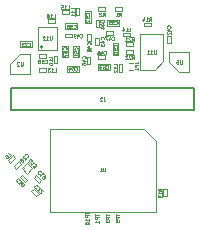
<source format=gbr>
%TF.GenerationSoftware,KiCad,Pcbnew,(6.0.0)*%
%TF.CreationDate,2022-12-06T17:03:37-05:00*%
%TF.ProjectId,headstage-64s,68656164-7374-4616-9765-2d3634732e6b,B*%
%TF.SameCoordinates,Original*%
%TF.FileFunction,AssemblyDrawing,Bot*%
%FSLAX46Y46*%
G04 Gerber Fmt 4.6, Leading zero omitted, Abs format (unit mm)*
G04 Created by KiCad (PCBNEW (6.0.0)) date 2022-12-06 17:03:37*
%MOMM*%
%LPD*%
G01*
G04 APERTURE LIST*
%ADD10C,0.050000*%
%ADD11C,0.100000*%
%ADD12C,0.200000*%
G04 APERTURE END LIST*
D10*
%TO.C,R14*%
X127432857Y-55365714D02*
X127532857Y-55222857D01*
X127604285Y-55365714D02*
X127604285Y-55065714D01*
X127490000Y-55065714D01*
X127461428Y-55080000D01*
X127447142Y-55094285D01*
X127432857Y-55122857D01*
X127432857Y-55165714D01*
X127447142Y-55194285D01*
X127461428Y-55208571D01*
X127490000Y-55222857D01*
X127604285Y-55222857D01*
X127147142Y-55365714D02*
X127318571Y-55365714D01*
X127232857Y-55365714D02*
X127232857Y-55065714D01*
X127261428Y-55108571D01*
X127290000Y-55137142D01*
X127318571Y-55151428D01*
X126890000Y-55165714D02*
X126890000Y-55365714D01*
X126961428Y-55051428D02*
X127032857Y-55265714D01*
X126847142Y-55265714D01*
%TO.C,TP3*%
X123775714Y-71691428D02*
X123775714Y-71862857D01*
X124075714Y-71777142D02*
X123775714Y-71777142D01*
X124075714Y-71962857D02*
X123775714Y-71962857D01*
X123775714Y-72077142D01*
X123790000Y-72105714D01*
X123804285Y-72120000D01*
X123832857Y-72134285D01*
X123875714Y-72134285D01*
X123904285Y-72120000D01*
X123918571Y-72105714D01*
X123932857Y-72077142D01*
X123932857Y-71962857D01*
X123775714Y-72234285D02*
X123775714Y-72420000D01*
X123890000Y-72320000D01*
X123890000Y-72362857D01*
X123904285Y-72391428D01*
X123918571Y-72405714D01*
X123947142Y-72420000D01*
X124018571Y-72420000D01*
X124047142Y-72405714D01*
X124061428Y-72391428D01*
X124075714Y-72362857D01*
X124075714Y-72277142D01*
X124061428Y-72248571D01*
X124047142Y-72234285D01*
%TO.C,R13*%
X128525714Y-69737142D02*
X128382857Y-69637142D01*
X128525714Y-69565714D02*
X128225714Y-69565714D01*
X128225714Y-69680000D01*
X128240000Y-69708571D01*
X128254285Y-69722857D01*
X128282857Y-69737142D01*
X128325714Y-69737142D01*
X128354285Y-69722857D01*
X128368571Y-69708571D01*
X128382857Y-69680000D01*
X128382857Y-69565714D01*
X128525714Y-70022857D02*
X128525714Y-69851428D01*
X128525714Y-69937142D02*
X128225714Y-69937142D01*
X128268571Y-69908571D01*
X128297142Y-69880000D01*
X128311428Y-69851428D01*
X128225714Y-70122857D02*
X128225714Y-70308571D01*
X128340000Y-70208571D01*
X128340000Y-70251428D01*
X128354285Y-70280000D01*
X128368571Y-70294285D01*
X128397142Y-70308571D01*
X128468571Y-70308571D01*
X128497142Y-70294285D01*
X128511428Y-70280000D01*
X128525714Y-70251428D01*
X128525714Y-70165714D01*
X128511428Y-70137142D01*
X128497142Y-70122857D01*
%TO.C,L6*%
X115611319Y-66840609D02*
X115712335Y-66739593D01*
X115500203Y-66527461D01*
X115237563Y-66790101D02*
X115277969Y-66749695D01*
X115308274Y-66739593D01*
X115328477Y-66739593D01*
X115378984Y-66749695D01*
X115429492Y-66780000D01*
X115510304Y-66860812D01*
X115520406Y-66891116D01*
X115520406Y-66911319D01*
X115510304Y-66941624D01*
X115469898Y-66982030D01*
X115439593Y-66992132D01*
X115419390Y-66992132D01*
X115389086Y-66982030D01*
X115338578Y-66931522D01*
X115328477Y-66901218D01*
X115328477Y-66881015D01*
X115338578Y-66850710D01*
X115378984Y-66810304D01*
X115409289Y-66800203D01*
X115429492Y-66800203D01*
X115459796Y-66810304D01*
%TO.C,JP1*%
X126205714Y-58950000D02*
X126420000Y-58950000D01*
X126462857Y-58935714D01*
X126491428Y-58907142D01*
X126505714Y-58864285D01*
X126505714Y-58835714D01*
X126505714Y-59092857D02*
X126205714Y-59092857D01*
X126205714Y-59207142D01*
X126220000Y-59235714D01*
X126234285Y-59250000D01*
X126262857Y-59264285D01*
X126305714Y-59264285D01*
X126334285Y-59250000D01*
X126348571Y-59235714D01*
X126362857Y-59207142D01*
X126362857Y-59092857D01*
X126505714Y-59550000D02*
X126505714Y-59378571D01*
X126505714Y-59464285D02*
X126205714Y-59464285D01*
X126248571Y-59435714D01*
X126277142Y-59407142D01*
X126291428Y-59378571D01*
%TO.C,C43*%
X123597142Y-56927142D02*
X123611428Y-56912857D01*
X123625714Y-56870000D01*
X123625714Y-56841428D01*
X123611428Y-56798571D01*
X123582857Y-56770000D01*
X123554285Y-56755714D01*
X123497142Y-56741428D01*
X123454285Y-56741428D01*
X123397142Y-56755714D01*
X123368571Y-56770000D01*
X123340000Y-56798571D01*
X123325714Y-56841428D01*
X123325714Y-56870000D01*
X123340000Y-56912857D01*
X123354285Y-56927142D01*
X123425714Y-57184285D02*
X123625714Y-57184285D01*
X123311428Y-57112857D02*
X123525714Y-57041428D01*
X123525714Y-57227142D01*
X123325714Y-57312857D02*
X123325714Y-57498571D01*
X123440000Y-57398571D01*
X123440000Y-57441428D01*
X123454285Y-57470000D01*
X123468571Y-57484285D01*
X123497142Y-57498571D01*
X123568571Y-57498571D01*
X123597142Y-57484285D01*
X123611428Y-57470000D01*
X123625714Y-57441428D01*
X123625714Y-57355714D01*
X123611428Y-57327142D01*
X123597142Y-57312857D01*
%TO.C,C28*%
X117082132Y-66889390D02*
X117102335Y-66889390D01*
X117142741Y-66869187D01*
X117162944Y-66848984D01*
X117183147Y-66808578D01*
X117183147Y-66768172D01*
X117173045Y-66737867D01*
X117142741Y-66687360D01*
X117112436Y-66657055D01*
X117061928Y-66626751D01*
X117031624Y-66616649D01*
X116991218Y-66616649D01*
X116950812Y-66636852D01*
X116930609Y-66657055D01*
X116910406Y-66697461D01*
X116910406Y-66717664D01*
X116829593Y-66798477D02*
X116809390Y-66798477D01*
X116779086Y-66808578D01*
X116728578Y-66859086D01*
X116718477Y-66889390D01*
X116718477Y-66909593D01*
X116728578Y-66939898D01*
X116748781Y-66960101D01*
X116789187Y-66980304D01*
X117031624Y-66980304D01*
X116900304Y-67111624D01*
X116657867Y-67111624D02*
X116667969Y-67081319D01*
X116667969Y-67061116D01*
X116657867Y-67030812D01*
X116647766Y-67020710D01*
X116617461Y-67010609D01*
X116597258Y-67010609D01*
X116566954Y-67020710D01*
X116526548Y-67061116D01*
X116516446Y-67091421D01*
X116516446Y-67111624D01*
X116526548Y-67141928D01*
X116536649Y-67152030D01*
X116566954Y-67162132D01*
X116587157Y-67162132D01*
X116617461Y-67152030D01*
X116657867Y-67111624D01*
X116688172Y-67101522D01*
X116708375Y-67101522D01*
X116738680Y-67111624D01*
X116779086Y-67152030D01*
X116789187Y-67182335D01*
X116789187Y-67202538D01*
X116779086Y-67232842D01*
X116738680Y-67273248D01*
X116708375Y-67283350D01*
X116688172Y-67283350D01*
X116657867Y-67273248D01*
X116617461Y-67232842D01*
X116607360Y-67202538D01*
X116607360Y-67182335D01*
X116617461Y-67152030D01*
%TO.C,C52*%
X122337142Y-54857142D02*
X122351428Y-54842857D01*
X122365714Y-54800000D01*
X122365714Y-54771428D01*
X122351428Y-54728571D01*
X122322857Y-54700000D01*
X122294285Y-54685714D01*
X122237142Y-54671428D01*
X122194285Y-54671428D01*
X122137142Y-54685714D01*
X122108571Y-54700000D01*
X122080000Y-54728571D01*
X122065714Y-54771428D01*
X122065714Y-54800000D01*
X122080000Y-54842857D01*
X122094285Y-54857142D01*
X122065714Y-55128571D02*
X122065714Y-54985714D01*
X122208571Y-54971428D01*
X122194285Y-54985714D01*
X122180000Y-55014285D01*
X122180000Y-55085714D01*
X122194285Y-55114285D01*
X122208571Y-55128571D01*
X122237142Y-55142857D01*
X122308571Y-55142857D01*
X122337142Y-55128571D01*
X122351428Y-55114285D01*
X122365714Y-55085714D01*
X122365714Y-55014285D01*
X122351428Y-54985714D01*
X122337142Y-54971428D01*
X122094285Y-55257142D02*
X122080000Y-55271428D01*
X122065714Y-55300000D01*
X122065714Y-55371428D01*
X122080000Y-55400000D01*
X122094285Y-55414285D01*
X122122857Y-55428571D01*
X122151428Y-55428571D01*
X122194285Y-55414285D01*
X122365714Y-55242857D01*
X122365714Y-55428571D01*
%TO.C,C54*%
X121182857Y-59537142D02*
X121197142Y-59551428D01*
X121240000Y-59565714D01*
X121268571Y-59565714D01*
X121311428Y-59551428D01*
X121340000Y-59522857D01*
X121354285Y-59494285D01*
X121368571Y-59437142D01*
X121368571Y-59394285D01*
X121354285Y-59337142D01*
X121340000Y-59308571D01*
X121311428Y-59280000D01*
X121268571Y-59265714D01*
X121240000Y-59265714D01*
X121197142Y-59280000D01*
X121182857Y-59294285D01*
X120911428Y-59265714D02*
X121054285Y-59265714D01*
X121068571Y-59408571D01*
X121054285Y-59394285D01*
X121025714Y-59380000D01*
X120954285Y-59380000D01*
X120925714Y-59394285D01*
X120911428Y-59408571D01*
X120897142Y-59437142D01*
X120897142Y-59508571D01*
X120911428Y-59537142D01*
X120925714Y-59551428D01*
X120954285Y-59565714D01*
X121025714Y-59565714D01*
X121054285Y-59551428D01*
X121068571Y-59537142D01*
X120640000Y-59365714D02*
X120640000Y-59565714D01*
X120711428Y-59251428D02*
X120782857Y-59465714D01*
X120597142Y-59465714D01*
%TO.C,U2*%
X116728571Y-58845714D02*
X116728571Y-59088571D01*
X116714285Y-59117142D01*
X116700000Y-59131428D01*
X116671428Y-59145714D01*
X116614285Y-59145714D01*
X116585714Y-59131428D01*
X116571428Y-59117142D01*
X116557142Y-59088571D01*
X116557142Y-58845714D01*
X116428571Y-58874285D02*
X116414285Y-58860000D01*
X116385714Y-58845714D01*
X116314285Y-58845714D01*
X116285714Y-58860000D01*
X116271428Y-58874285D01*
X116257142Y-58902857D01*
X116257142Y-58931428D01*
X116271428Y-58974285D01*
X116442857Y-59145714D01*
X116257142Y-59145714D01*
%TO.C,U11*%
X128011428Y-57845714D02*
X128011428Y-58088571D01*
X127997142Y-58117142D01*
X127982857Y-58131428D01*
X127954285Y-58145714D01*
X127897142Y-58145714D01*
X127868571Y-58131428D01*
X127854285Y-58117142D01*
X127840000Y-58088571D01*
X127840000Y-57845714D01*
X127540000Y-58145714D02*
X127711428Y-58145714D01*
X127625714Y-58145714D02*
X127625714Y-57845714D01*
X127654285Y-57888571D01*
X127682857Y-57917142D01*
X127711428Y-57931428D01*
X127254285Y-58145714D02*
X127425714Y-58145714D01*
X127340000Y-58145714D02*
X127340000Y-57845714D01*
X127368571Y-57888571D01*
X127397142Y-57917142D01*
X127425714Y-57931428D01*
%TO.C,R2*%
X123510000Y-54955714D02*
X123610000Y-54812857D01*
X123681428Y-54955714D02*
X123681428Y-54655714D01*
X123567142Y-54655714D01*
X123538571Y-54670000D01*
X123524285Y-54684285D01*
X123510000Y-54712857D01*
X123510000Y-54755714D01*
X123524285Y-54784285D01*
X123538571Y-54798571D01*
X123567142Y-54812857D01*
X123681428Y-54812857D01*
X123395714Y-54684285D02*
X123381428Y-54670000D01*
X123352857Y-54655714D01*
X123281428Y-54655714D01*
X123252857Y-54670000D01*
X123238571Y-54684285D01*
X123224285Y-54712857D01*
X123224285Y-54741428D01*
X123238571Y-54784285D01*
X123410000Y-54955714D01*
X123224285Y-54955714D01*
%TO.C,C55*%
X124582857Y-55617142D02*
X124597142Y-55631428D01*
X124640000Y-55645714D01*
X124668571Y-55645714D01*
X124711428Y-55631428D01*
X124740000Y-55602857D01*
X124754285Y-55574285D01*
X124768571Y-55517142D01*
X124768571Y-55474285D01*
X124754285Y-55417142D01*
X124740000Y-55388571D01*
X124711428Y-55360000D01*
X124668571Y-55345714D01*
X124640000Y-55345714D01*
X124597142Y-55360000D01*
X124582857Y-55374285D01*
X124311428Y-55345714D02*
X124454285Y-55345714D01*
X124468571Y-55488571D01*
X124454285Y-55474285D01*
X124425714Y-55460000D01*
X124354285Y-55460000D01*
X124325714Y-55474285D01*
X124311428Y-55488571D01*
X124297142Y-55517142D01*
X124297142Y-55588571D01*
X124311428Y-55617142D01*
X124325714Y-55631428D01*
X124354285Y-55645714D01*
X124425714Y-55645714D01*
X124454285Y-55631428D01*
X124468571Y-55617142D01*
X124025714Y-55345714D02*
X124168571Y-55345714D01*
X124182857Y-55488571D01*
X124168571Y-55474285D01*
X124140000Y-55460000D01*
X124068571Y-55460000D01*
X124040000Y-55474285D01*
X124025714Y-55488571D01*
X124011428Y-55517142D01*
X124011428Y-55588571D01*
X124025714Y-55617142D01*
X124040000Y-55631428D01*
X124068571Y-55645714D01*
X124140000Y-55645714D01*
X124168571Y-55631428D01*
X124182857Y-55617142D01*
%TO.C,L10*%
X119245714Y-58527142D02*
X119245714Y-58384285D01*
X118945714Y-58384285D01*
X119245714Y-58784285D02*
X119245714Y-58612857D01*
X119245714Y-58698571D02*
X118945714Y-58698571D01*
X118988571Y-58670000D01*
X119017142Y-58641428D01*
X119031428Y-58612857D01*
X118945714Y-58970000D02*
X118945714Y-58998571D01*
X118960000Y-59027142D01*
X118974285Y-59041428D01*
X119002857Y-59055714D01*
X119060000Y-59070000D01*
X119131428Y-59070000D01*
X119188571Y-59055714D01*
X119217142Y-59041428D01*
X119231428Y-59027142D01*
X119245714Y-58998571D01*
X119245714Y-58970000D01*
X119231428Y-58941428D01*
X119217142Y-58927142D01*
X119188571Y-58912857D01*
X119131428Y-58898571D01*
X119060000Y-58898571D01*
X119002857Y-58912857D01*
X118974285Y-58927142D01*
X118960000Y-58941428D01*
X118945714Y-58970000D01*
%TO.C,L13*%
X119392857Y-59655714D02*
X119535714Y-59655714D01*
X119535714Y-59355714D01*
X119135714Y-59655714D02*
X119307142Y-59655714D01*
X119221428Y-59655714D02*
X119221428Y-59355714D01*
X119250000Y-59398571D01*
X119278571Y-59427142D01*
X119307142Y-59441428D01*
X119035714Y-59355714D02*
X118850000Y-59355714D01*
X118950000Y-59470000D01*
X118907142Y-59470000D01*
X118878571Y-59484285D01*
X118864285Y-59498571D01*
X118850000Y-59527142D01*
X118850000Y-59598571D01*
X118864285Y-59627142D01*
X118878571Y-59641428D01*
X118907142Y-59655714D01*
X118992857Y-59655714D01*
X119021428Y-59641428D01*
X119035714Y-59627142D01*
%TO.C,R22*%
X125992857Y-58565714D02*
X126092857Y-58422857D01*
X126164285Y-58565714D02*
X126164285Y-58265714D01*
X126050000Y-58265714D01*
X126021428Y-58280000D01*
X126007142Y-58294285D01*
X125992857Y-58322857D01*
X125992857Y-58365714D01*
X126007142Y-58394285D01*
X126021428Y-58408571D01*
X126050000Y-58422857D01*
X126164285Y-58422857D01*
X125878571Y-58294285D02*
X125864285Y-58280000D01*
X125835714Y-58265714D01*
X125764285Y-58265714D01*
X125735714Y-58280000D01*
X125721428Y-58294285D01*
X125707142Y-58322857D01*
X125707142Y-58351428D01*
X125721428Y-58394285D01*
X125892857Y-58565714D01*
X125707142Y-58565714D01*
X125592857Y-58294285D02*
X125578571Y-58280000D01*
X125550000Y-58265714D01*
X125478571Y-58265714D01*
X125450000Y-58280000D01*
X125435714Y-58294285D01*
X125421428Y-58322857D01*
X125421428Y-58351428D01*
X125435714Y-58394285D01*
X125607142Y-58565714D01*
X125421428Y-58565714D01*
%TO.C,C45*%
X123632857Y-58187142D02*
X123647142Y-58201428D01*
X123690000Y-58215714D01*
X123718571Y-58215714D01*
X123761428Y-58201428D01*
X123790000Y-58172857D01*
X123804285Y-58144285D01*
X123818571Y-58087142D01*
X123818571Y-58044285D01*
X123804285Y-57987142D01*
X123790000Y-57958571D01*
X123761428Y-57930000D01*
X123718571Y-57915714D01*
X123690000Y-57915714D01*
X123647142Y-57930000D01*
X123632857Y-57944285D01*
X123375714Y-58015714D02*
X123375714Y-58215714D01*
X123447142Y-57901428D02*
X123518571Y-58115714D01*
X123332857Y-58115714D01*
X123075714Y-57915714D02*
X123218571Y-57915714D01*
X123232857Y-58058571D01*
X123218571Y-58044285D01*
X123190000Y-58030000D01*
X123118571Y-58030000D01*
X123090000Y-58044285D01*
X123075714Y-58058571D01*
X123061428Y-58087142D01*
X123061428Y-58158571D01*
X123075714Y-58187142D01*
X123090000Y-58201428D01*
X123118571Y-58215714D01*
X123190000Y-58215714D01*
X123218571Y-58201428D01*
X123232857Y-58187142D01*
%TO.C,L16*%
X119312857Y-55075714D02*
X119455714Y-55075714D01*
X119455714Y-54775714D01*
X119055714Y-55075714D02*
X119227142Y-55075714D01*
X119141428Y-55075714D02*
X119141428Y-54775714D01*
X119170000Y-54818571D01*
X119198571Y-54847142D01*
X119227142Y-54861428D01*
X118798571Y-54775714D02*
X118855714Y-54775714D01*
X118884285Y-54790000D01*
X118898571Y-54804285D01*
X118927142Y-54847142D01*
X118941428Y-54904285D01*
X118941428Y-55018571D01*
X118927142Y-55047142D01*
X118912857Y-55061428D01*
X118884285Y-55075714D01*
X118827142Y-55075714D01*
X118798571Y-55061428D01*
X118784285Y-55047142D01*
X118770000Y-55018571D01*
X118770000Y-54947142D01*
X118784285Y-54918571D01*
X118798571Y-54904285D01*
X118827142Y-54890000D01*
X118884285Y-54890000D01*
X118912857Y-54904285D01*
X118927142Y-54918571D01*
X118941428Y-54947142D01*
%TO.C,C23*%
X117202857Y-57477142D02*
X117217142Y-57491428D01*
X117260000Y-57505714D01*
X117288571Y-57505714D01*
X117331428Y-57491428D01*
X117360000Y-57462857D01*
X117374285Y-57434285D01*
X117388571Y-57377142D01*
X117388571Y-57334285D01*
X117374285Y-57277142D01*
X117360000Y-57248571D01*
X117331428Y-57220000D01*
X117288571Y-57205714D01*
X117260000Y-57205714D01*
X117217142Y-57220000D01*
X117202857Y-57234285D01*
X117088571Y-57234285D02*
X117074285Y-57220000D01*
X117045714Y-57205714D01*
X116974285Y-57205714D01*
X116945714Y-57220000D01*
X116931428Y-57234285D01*
X116917142Y-57262857D01*
X116917142Y-57291428D01*
X116931428Y-57334285D01*
X117102857Y-57505714D01*
X116917142Y-57505714D01*
X116817142Y-57205714D02*
X116631428Y-57205714D01*
X116731428Y-57320000D01*
X116688571Y-57320000D01*
X116660000Y-57334285D01*
X116645714Y-57348571D01*
X116631428Y-57377142D01*
X116631428Y-57448571D01*
X116645714Y-57477142D01*
X116660000Y-57491428D01*
X116688571Y-57505714D01*
X116774285Y-57505714D01*
X116802857Y-57491428D01*
X116817142Y-57477142D01*
%TO.C,C57*%
X120417142Y-57767142D02*
X120431428Y-57752857D01*
X120445714Y-57710000D01*
X120445714Y-57681428D01*
X120431428Y-57638571D01*
X120402857Y-57610000D01*
X120374285Y-57595714D01*
X120317142Y-57581428D01*
X120274285Y-57581428D01*
X120217142Y-57595714D01*
X120188571Y-57610000D01*
X120160000Y-57638571D01*
X120145714Y-57681428D01*
X120145714Y-57710000D01*
X120160000Y-57752857D01*
X120174285Y-57767142D01*
X120145714Y-58038571D02*
X120145714Y-57895714D01*
X120288571Y-57881428D01*
X120274285Y-57895714D01*
X120260000Y-57924285D01*
X120260000Y-57995714D01*
X120274285Y-58024285D01*
X120288571Y-58038571D01*
X120317142Y-58052857D01*
X120388571Y-58052857D01*
X120417142Y-58038571D01*
X120431428Y-58024285D01*
X120445714Y-57995714D01*
X120445714Y-57924285D01*
X120431428Y-57895714D01*
X120417142Y-57881428D01*
X120145714Y-58152857D02*
X120145714Y-58352857D01*
X120445714Y-58224285D01*
%TO.C,TP5*%
X124605714Y-71681428D02*
X124605714Y-71852857D01*
X124905714Y-71767142D02*
X124605714Y-71767142D01*
X124905714Y-71952857D02*
X124605714Y-71952857D01*
X124605714Y-72067142D01*
X124620000Y-72095714D01*
X124634285Y-72110000D01*
X124662857Y-72124285D01*
X124705714Y-72124285D01*
X124734285Y-72110000D01*
X124748571Y-72095714D01*
X124762857Y-72067142D01*
X124762857Y-71952857D01*
X124605714Y-72395714D02*
X124605714Y-72252857D01*
X124748571Y-72238571D01*
X124734285Y-72252857D01*
X124720000Y-72281428D01*
X124720000Y-72352857D01*
X124734285Y-72381428D01*
X124748571Y-72395714D01*
X124777142Y-72410000D01*
X124848571Y-72410000D01*
X124877142Y-72395714D01*
X124891428Y-72381428D01*
X124905714Y-72352857D01*
X124905714Y-72281428D01*
X124891428Y-72252857D01*
X124877142Y-72238571D01*
%TO.C,C49*%
X121602857Y-56737142D02*
X121617142Y-56751428D01*
X121660000Y-56765714D01*
X121688571Y-56765714D01*
X121731428Y-56751428D01*
X121760000Y-56722857D01*
X121774285Y-56694285D01*
X121788571Y-56637142D01*
X121788571Y-56594285D01*
X121774285Y-56537142D01*
X121760000Y-56508571D01*
X121731428Y-56480000D01*
X121688571Y-56465714D01*
X121660000Y-56465714D01*
X121617142Y-56480000D01*
X121602857Y-56494285D01*
X121345714Y-56565714D02*
X121345714Y-56765714D01*
X121417142Y-56451428D02*
X121488571Y-56665714D01*
X121302857Y-56665714D01*
X121174285Y-56765714D02*
X121117142Y-56765714D01*
X121088571Y-56751428D01*
X121074285Y-56737142D01*
X121045714Y-56694285D01*
X121031428Y-56637142D01*
X121031428Y-56522857D01*
X121045714Y-56494285D01*
X121060000Y-56480000D01*
X121088571Y-56465714D01*
X121145714Y-56465714D01*
X121174285Y-56480000D01*
X121188571Y-56494285D01*
X121202857Y-56522857D01*
X121202857Y-56594285D01*
X121188571Y-56622857D01*
X121174285Y-56637142D01*
X121145714Y-56651428D01*
X121088571Y-56651428D01*
X121060000Y-56637142D01*
X121045714Y-56622857D01*
X121031428Y-56594285D01*
%TO.C,C47*%
X124312857Y-56947142D02*
X124327142Y-56961428D01*
X124370000Y-56975714D01*
X124398571Y-56975714D01*
X124441428Y-56961428D01*
X124470000Y-56932857D01*
X124484285Y-56904285D01*
X124498571Y-56847142D01*
X124498571Y-56804285D01*
X124484285Y-56747142D01*
X124470000Y-56718571D01*
X124441428Y-56690000D01*
X124398571Y-56675714D01*
X124370000Y-56675714D01*
X124327142Y-56690000D01*
X124312857Y-56704285D01*
X124055714Y-56775714D02*
X124055714Y-56975714D01*
X124127142Y-56661428D02*
X124198571Y-56875714D01*
X124012857Y-56875714D01*
X123927142Y-56675714D02*
X123727142Y-56675714D01*
X123855714Y-56975714D01*
%TO.C,C51*%
X121377142Y-57787142D02*
X121391428Y-57772857D01*
X121405714Y-57730000D01*
X121405714Y-57701428D01*
X121391428Y-57658571D01*
X121362857Y-57630000D01*
X121334285Y-57615714D01*
X121277142Y-57601428D01*
X121234285Y-57601428D01*
X121177142Y-57615714D01*
X121148571Y-57630000D01*
X121120000Y-57658571D01*
X121105714Y-57701428D01*
X121105714Y-57730000D01*
X121120000Y-57772857D01*
X121134285Y-57787142D01*
X121105714Y-58058571D02*
X121105714Y-57915714D01*
X121248571Y-57901428D01*
X121234285Y-57915714D01*
X121220000Y-57944285D01*
X121220000Y-58015714D01*
X121234285Y-58044285D01*
X121248571Y-58058571D01*
X121277142Y-58072857D01*
X121348571Y-58072857D01*
X121377142Y-58058571D01*
X121391428Y-58044285D01*
X121405714Y-58015714D01*
X121405714Y-57944285D01*
X121391428Y-57915714D01*
X121377142Y-57901428D01*
X121405714Y-58358571D02*
X121405714Y-58187142D01*
X121405714Y-58272857D02*
X121105714Y-58272857D01*
X121148571Y-58244285D01*
X121177142Y-58215714D01*
X121191428Y-58187142D01*
%TO.C,C56*%
X121042857Y-55937142D02*
X121057142Y-55951428D01*
X121100000Y-55965714D01*
X121128571Y-55965714D01*
X121171428Y-55951428D01*
X121200000Y-55922857D01*
X121214285Y-55894285D01*
X121228571Y-55837142D01*
X121228571Y-55794285D01*
X121214285Y-55737142D01*
X121200000Y-55708571D01*
X121171428Y-55680000D01*
X121128571Y-55665714D01*
X121100000Y-55665714D01*
X121057142Y-55680000D01*
X121042857Y-55694285D01*
X120771428Y-55665714D02*
X120914285Y-55665714D01*
X120928571Y-55808571D01*
X120914285Y-55794285D01*
X120885714Y-55780000D01*
X120814285Y-55780000D01*
X120785714Y-55794285D01*
X120771428Y-55808571D01*
X120757142Y-55837142D01*
X120757142Y-55908571D01*
X120771428Y-55937142D01*
X120785714Y-55951428D01*
X120814285Y-55965714D01*
X120885714Y-55965714D01*
X120914285Y-55951428D01*
X120928571Y-55937142D01*
X120500000Y-55665714D02*
X120557142Y-55665714D01*
X120585714Y-55680000D01*
X120600000Y-55694285D01*
X120628571Y-55737142D01*
X120642857Y-55794285D01*
X120642857Y-55908571D01*
X120628571Y-55937142D01*
X120614285Y-55951428D01*
X120585714Y-55965714D01*
X120528571Y-55965714D01*
X120500000Y-55951428D01*
X120485714Y-55937142D01*
X120471428Y-55908571D01*
X120471428Y-55837142D01*
X120485714Y-55808571D01*
X120500000Y-55794285D01*
X120528571Y-55780000D01*
X120585714Y-55780000D01*
X120614285Y-55794285D01*
X120628571Y-55808571D01*
X120642857Y-55837142D01*
%TO.C,C44*%
X123567142Y-55427142D02*
X123581428Y-55412857D01*
X123595714Y-55370000D01*
X123595714Y-55341428D01*
X123581428Y-55298571D01*
X123552857Y-55270000D01*
X123524285Y-55255714D01*
X123467142Y-55241428D01*
X123424285Y-55241428D01*
X123367142Y-55255714D01*
X123338571Y-55270000D01*
X123310000Y-55298571D01*
X123295714Y-55341428D01*
X123295714Y-55370000D01*
X123310000Y-55412857D01*
X123324285Y-55427142D01*
X123395714Y-55684285D02*
X123595714Y-55684285D01*
X123281428Y-55612857D02*
X123495714Y-55541428D01*
X123495714Y-55727142D01*
X123395714Y-55970000D02*
X123595714Y-55970000D01*
X123281428Y-55898571D02*
X123495714Y-55827142D01*
X123495714Y-56012857D01*
%TO.C,C48*%
X122447142Y-57357142D02*
X122461428Y-57342857D01*
X122475714Y-57300000D01*
X122475714Y-57271428D01*
X122461428Y-57228571D01*
X122432857Y-57200000D01*
X122404285Y-57185714D01*
X122347142Y-57171428D01*
X122304285Y-57171428D01*
X122247142Y-57185714D01*
X122218571Y-57200000D01*
X122190000Y-57228571D01*
X122175714Y-57271428D01*
X122175714Y-57300000D01*
X122190000Y-57342857D01*
X122204285Y-57357142D01*
X122275714Y-57614285D02*
X122475714Y-57614285D01*
X122161428Y-57542857D02*
X122375714Y-57471428D01*
X122375714Y-57657142D01*
X122304285Y-57814285D02*
X122290000Y-57785714D01*
X122275714Y-57771428D01*
X122247142Y-57757142D01*
X122232857Y-57757142D01*
X122204285Y-57771428D01*
X122190000Y-57785714D01*
X122175714Y-57814285D01*
X122175714Y-57871428D01*
X122190000Y-57900000D01*
X122204285Y-57914285D01*
X122232857Y-57928571D01*
X122247142Y-57928571D01*
X122275714Y-57914285D01*
X122290000Y-57900000D01*
X122304285Y-57871428D01*
X122304285Y-57814285D01*
X122318571Y-57785714D01*
X122332857Y-57771428D01*
X122361428Y-57757142D01*
X122418571Y-57757142D01*
X122447142Y-57771428D01*
X122461428Y-57785714D01*
X122475714Y-57814285D01*
X122475714Y-57871428D01*
X122461428Y-57900000D01*
X122447142Y-57914285D01*
X122418571Y-57928571D01*
X122361428Y-57928571D01*
X122332857Y-57914285D01*
X122318571Y-57900000D01*
X122304285Y-57871428D01*
%TO.C,U1*%
X123738571Y-67795714D02*
X123738571Y-68038571D01*
X123724285Y-68067142D01*
X123710000Y-68081428D01*
X123681428Y-68095714D01*
X123624285Y-68095714D01*
X123595714Y-68081428D01*
X123581428Y-68067142D01*
X123567142Y-68038571D01*
X123567142Y-67795714D01*
X123267142Y-68095714D02*
X123438571Y-68095714D01*
X123352857Y-68095714D02*
X123352857Y-67795714D01*
X123381428Y-67838571D01*
X123410000Y-67867142D01*
X123438571Y-67881428D01*
%TO.C,R1*%
X124910000Y-54955714D02*
X125010000Y-54812857D01*
X125081428Y-54955714D02*
X125081428Y-54655714D01*
X124967142Y-54655714D01*
X124938571Y-54670000D01*
X124924285Y-54684285D01*
X124910000Y-54712857D01*
X124910000Y-54755714D01*
X124924285Y-54784285D01*
X124938571Y-54798571D01*
X124967142Y-54812857D01*
X125081428Y-54812857D01*
X124624285Y-54955714D02*
X124795714Y-54955714D01*
X124710000Y-54955714D02*
X124710000Y-54655714D01*
X124738571Y-54698571D01*
X124767142Y-54727142D01*
X124795714Y-54741428D01*
%TO.C,TP1*%
X122885714Y-71721428D02*
X122885714Y-71892857D01*
X123185714Y-71807142D02*
X122885714Y-71807142D01*
X123185714Y-71992857D02*
X122885714Y-71992857D01*
X122885714Y-72107142D01*
X122900000Y-72135714D01*
X122914285Y-72150000D01*
X122942857Y-72164285D01*
X122985714Y-72164285D01*
X123014285Y-72150000D01*
X123028571Y-72135714D01*
X123042857Y-72107142D01*
X123042857Y-71992857D01*
X123185714Y-72450000D02*
X123185714Y-72278571D01*
X123185714Y-72364285D02*
X122885714Y-72364285D01*
X122928571Y-72335714D01*
X122957142Y-72307142D01*
X122971428Y-72278571D01*
%TO.C,L12*%
X124725714Y-59177142D02*
X124725714Y-59034285D01*
X124425714Y-59034285D01*
X124725714Y-59434285D02*
X124725714Y-59262857D01*
X124725714Y-59348571D02*
X124425714Y-59348571D01*
X124468571Y-59320000D01*
X124497142Y-59291428D01*
X124511428Y-59262857D01*
X124454285Y-59548571D02*
X124440000Y-59562857D01*
X124425714Y-59591428D01*
X124425714Y-59662857D01*
X124440000Y-59691428D01*
X124454285Y-59705714D01*
X124482857Y-59720000D01*
X124511428Y-59720000D01*
X124554285Y-59705714D01*
X124725714Y-59534285D01*
X124725714Y-59720000D01*
%TO.C,C42*%
X129217142Y-55927142D02*
X129231428Y-55912857D01*
X129245714Y-55870000D01*
X129245714Y-55841428D01*
X129231428Y-55798571D01*
X129202857Y-55770000D01*
X129174285Y-55755714D01*
X129117142Y-55741428D01*
X129074285Y-55741428D01*
X129017142Y-55755714D01*
X128988571Y-55770000D01*
X128960000Y-55798571D01*
X128945714Y-55841428D01*
X128945714Y-55870000D01*
X128960000Y-55912857D01*
X128974285Y-55927142D01*
X129045714Y-56184285D02*
X129245714Y-56184285D01*
X128931428Y-56112857D02*
X129145714Y-56041428D01*
X129145714Y-56227142D01*
X128974285Y-56327142D02*
X128960000Y-56341428D01*
X128945714Y-56370000D01*
X128945714Y-56441428D01*
X128960000Y-56470000D01*
X128974285Y-56484285D01*
X129002857Y-56498571D01*
X129031428Y-56498571D01*
X129074285Y-56484285D01*
X129245714Y-56312857D01*
X129245714Y-56498571D01*
%TO.C,C58*%
X118612857Y-58907142D02*
X118627142Y-58921428D01*
X118670000Y-58935714D01*
X118698571Y-58935714D01*
X118741428Y-58921428D01*
X118770000Y-58892857D01*
X118784285Y-58864285D01*
X118798571Y-58807142D01*
X118798571Y-58764285D01*
X118784285Y-58707142D01*
X118770000Y-58678571D01*
X118741428Y-58650000D01*
X118698571Y-58635714D01*
X118670000Y-58635714D01*
X118627142Y-58650000D01*
X118612857Y-58664285D01*
X118341428Y-58635714D02*
X118484285Y-58635714D01*
X118498571Y-58778571D01*
X118484285Y-58764285D01*
X118455714Y-58750000D01*
X118384285Y-58750000D01*
X118355714Y-58764285D01*
X118341428Y-58778571D01*
X118327142Y-58807142D01*
X118327142Y-58878571D01*
X118341428Y-58907142D01*
X118355714Y-58921428D01*
X118384285Y-58935714D01*
X118455714Y-58935714D01*
X118484285Y-58921428D01*
X118498571Y-58907142D01*
X118155714Y-58764285D02*
X118184285Y-58750000D01*
X118198571Y-58735714D01*
X118212857Y-58707142D01*
X118212857Y-58692857D01*
X118198571Y-58664285D01*
X118184285Y-58650000D01*
X118155714Y-58635714D01*
X118098571Y-58635714D01*
X118070000Y-58650000D01*
X118055714Y-58664285D01*
X118041428Y-58692857D01*
X118041428Y-58707142D01*
X118055714Y-58735714D01*
X118070000Y-58750000D01*
X118098571Y-58764285D01*
X118155714Y-58764285D01*
X118184285Y-58778571D01*
X118198571Y-58792857D01*
X118212857Y-58821428D01*
X118212857Y-58878571D01*
X118198571Y-58907142D01*
X118184285Y-58921428D01*
X118155714Y-58935714D01*
X118098571Y-58935714D01*
X118070000Y-58921428D01*
X118055714Y-58907142D01*
X118041428Y-58878571D01*
X118041428Y-58821428D01*
X118055714Y-58792857D01*
X118070000Y-58778571D01*
X118098571Y-58764285D01*
%TO.C,L11*%
X121135714Y-54437142D02*
X121135714Y-54294285D01*
X120835714Y-54294285D01*
X121135714Y-54694285D02*
X121135714Y-54522857D01*
X121135714Y-54608571D02*
X120835714Y-54608571D01*
X120878571Y-54580000D01*
X120907142Y-54551428D01*
X120921428Y-54522857D01*
X121135714Y-54980000D02*
X121135714Y-54808571D01*
X121135714Y-54894285D02*
X120835714Y-54894285D01*
X120878571Y-54865714D01*
X120907142Y-54837142D01*
X120921428Y-54808571D01*
%TO.C,C30*%
X116439390Y-68797867D02*
X116439390Y-68777664D01*
X116419187Y-68737258D01*
X116398984Y-68717055D01*
X116358578Y-68696852D01*
X116318172Y-68696852D01*
X116287867Y-68706954D01*
X116237360Y-68737258D01*
X116207055Y-68767563D01*
X116176751Y-68818071D01*
X116166649Y-68848375D01*
X116166649Y-68888781D01*
X116186852Y-68929187D01*
X116207055Y-68949390D01*
X116247461Y-68969593D01*
X116267664Y-68969593D01*
X116318172Y-69060507D02*
X116449492Y-69191827D01*
X116459593Y-69040304D01*
X116489898Y-69070609D01*
X116520203Y-69080710D01*
X116540406Y-69080710D01*
X116570710Y-69070609D01*
X116621218Y-69020101D01*
X116631319Y-68989796D01*
X116631319Y-68969593D01*
X116621218Y-68939289D01*
X116560609Y-68878680D01*
X116530304Y-68868578D01*
X116510101Y-68868578D01*
X116580812Y-69323147D02*
X116601015Y-69343350D01*
X116631319Y-69353451D01*
X116651522Y-69353451D01*
X116681827Y-69343350D01*
X116732335Y-69313045D01*
X116782842Y-69262538D01*
X116813147Y-69212030D01*
X116823248Y-69181725D01*
X116823248Y-69161522D01*
X116813147Y-69131218D01*
X116792944Y-69111015D01*
X116762639Y-69100913D01*
X116742436Y-69100913D01*
X116712132Y-69111015D01*
X116661624Y-69141319D01*
X116611116Y-69191827D01*
X116580812Y-69242335D01*
X116570710Y-69272639D01*
X116570710Y-69292842D01*
X116580812Y-69323147D01*
%TO.C,L15*%
X120512857Y-54345714D02*
X120655714Y-54345714D01*
X120655714Y-54045714D01*
X120255714Y-54345714D02*
X120427142Y-54345714D01*
X120341428Y-54345714D02*
X120341428Y-54045714D01*
X120370000Y-54088571D01*
X120398571Y-54117142D01*
X120427142Y-54131428D01*
X119984285Y-54045714D02*
X120127142Y-54045714D01*
X120141428Y-54188571D01*
X120127142Y-54174285D01*
X120098571Y-54160000D01*
X120027142Y-54160000D01*
X119998571Y-54174285D01*
X119984285Y-54188571D01*
X119970000Y-54217142D01*
X119970000Y-54288571D01*
X119984285Y-54317142D01*
X119998571Y-54331428D01*
X120027142Y-54345714D01*
X120098571Y-54345714D01*
X120127142Y-54331428D01*
X120141428Y-54317142D01*
%TO.C,C19*%
X118269390Y-68147867D02*
X118269390Y-68127664D01*
X118249187Y-68087258D01*
X118228984Y-68067055D01*
X118188578Y-68046852D01*
X118148172Y-68046852D01*
X118117867Y-68056954D01*
X118067360Y-68087258D01*
X118037055Y-68117563D01*
X118006751Y-68168071D01*
X117996649Y-68198375D01*
X117996649Y-68238781D01*
X118016852Y-68279187D01*
X118037055Y-68299390D01*
X118077461Y-68319593D01*
X118097664Y-68319593D01*
X118491624Y-68329695D02*
X118370406Y-68208477D01*
X118431015Y-68269086D02*
X118218883Y-68481218D01*
X118228984Y-68430710D01*
X118228984Y-68390304D01*
X118218883Y-68360000D01*
X118592639Y-68430710D02*
X118633045Y-68471116D01*
X118643147Y-68501421D01*
X118643147Y-68521624D01*
X118633045Y-68572132D01*
X118602741Y-68622639D01*
X118521928Y-68703451D01*
X118491624Y-68713553D01*
X118471421Y-68713553D01*
X118441116Y-68703451D01*
X118400710Y-68663045D01*
X118390609Y-68632741D01*
X118390609Y-68612538D01*
X118400710Y-68582233D01*
X118451218Y-68531725D01*
X118481522Y-68521624D01*
X118501725Y-68521624D01*
X118532030Y-68531725D01*
X118572436Y-68572132D01*
X118582538Y-68602436D01*
X118582538Y-68622639D01*
X118572436Y-68652944D01*
%TO.C,U6*%
X130218571Y-58695714D02*
X130218571Y-58938571D01*
X130204285Y-58967142D01*
X130190000Y-58981428D01*
X130161428Y-58995714D01*
X130104285Y-58995714D01*
X130075714Y-58981428D01*
X130061428Y-58967142D01*
X130047142Y-58938571D01*
X130047142Y-58695714D01*
X129775714Y-58695714D02*
X129832857Y-58695714D01*
X129861428Y-58710000D01*
X129875714Y-58724285D01*
X129904285Y-58767142D01*
X129918571Y-58824285D01*
X129918571Y-58938571D01*
X129904285Y-58967142D01*
X129890000Y-58981428D01*
X129861428Y-58995714D01*
X129804285Y-58995714D01*
X129775714Y-58981428D01*
X129761428Y-58967142D01*
X129747142Y-58938571D01*
X129747142Y-58867142D01*
X129761428Y-58838571D01*
X129775714Y-58824285D01*
X129804285Y-58810000D01*
X129861428Y-58810000D01*
X129890000Y-58824285D01*
X129904285Y-58838571D01*
X129918571Y-58867142D01*
%TO.C,C53*%
X123792857Y-59387142D02*
X123807142Y-59401428D01*
X123850000Y-59415714D01*
X123878571Y-59415714D01*
X123921428Y-59401428D01*
X123950000Y-59372857D01*
X123964285Y-59344285D01*
X123978571Y-59287142D01*
X123978571Y-59244285D01*
X123964285Y-59187142D01*
X123950000Y-59158571D01*
X123921428Y-59130000D01*
X123878571Y-59115714D01*
X123850000Y-59115714D01*
X123807142Y-59130000D01*
X123792857Y-59144285D01*
X123521428Y-59115714D02*
X123664285Y-59115714D01*
X123678571Y-59258571D01*
X123664285Y-59244285D01*
X123635714Y-59230000D01*
X123564285Y-59230000D01*
X123535714Y-59244285D01*
X123521428Y-59258571D01*
X123507142Y-59287142D01*
X123507142Y-59358571D01*
X123521428Y-59387142D01*
X123535714Y-59401428D01*
X123564285Y-59415714D01*
X123635714Y-59415714D01*
X123664285Y-59401428D01*
X123678571Y-59387142D01*
X123407142Y-59115714D02*
X123221428Y-59115714D01*
X123321428Y-59230000D01*
X123278571Y-59230000D01*
X123250000Y-59244285D01*
X123235714Y-59258571D01*
X123221428Y-59287142D01*
X123221428Y-59358571D01*
X123235714Y-59387142D01*
X123250000Y-59401428D01*
X123278571Y-59415714D01*
X123364285Y-59415714D01*
X123392857Y-59401428D01*
X123407142Y-59387142D01*
%TO.C,C50*%
X124707142Y-57567142D02*
X124721428Y-57552857D01*
X124735714Y-57510000D01*
X124735714Y-57481428D01*
X124721428Y-57438571D01*
X124692857Y-57410000D01*
X124664285Y-57395714D01*
X124607142Y-57381428D01*
X124564285Y-57381428D01*
X124507142Y-57395714D01*
X124478571Y-57410000D01*
X124450000Y-57438571D01*
X124435714Y-57481428D01*
X124435714Y-57510000D01*
X124450000Y-57552857D01*
X124464285Y-57567142D01*
X124435714Y-57838571D02*
X124435714Y-57695714D01*
X124578571Y-57681428D01*
X124564285Y-57695714D01*
X124550000Y-57724285D01*
X124550000Y-57795714D01*
X124564285Y-57824285D01*
X124578571Y-57838571D01*
X124607142Y-57852857D01*
X124678571Y-57852857D01*
X124707142Y-57838571D01*
X124721428Y-57824285D01*
X124735714Y-57795714D01*
X124735714Y-57724285D01*
X124721428Y-57695714D01*
X124707142Y-57681428D01*
X124435714Y-58038571D02*
X124435714Y-58067142D01*
X124450000Y-58095714D01*
X124464285Y-58110000D01*
X124492857Y-58124285D01*
X124550000Y-58138571D01*
X124621428Y-58138571D01*
X124678571Y-58124285D01*
X124707142Y-58110000D01*
X124721428Y-58095714D01*
X124735714Y-58067142D01*
X124735714Y-58038571D01*
X124721428Y-58010000D01*
X124707142Y-57995714D01*
X124678571Y-57981428D01*
X124621428Y-57967142D01*
X124550000Y-57967142D01*
X124492857Y-57981428D01*
X124464285Y-57995714D01*
X124450000Y-58010000D01*
X124435714Y-58038571D01*
%TO.C,U13*%
X117181192Y-67263527D02*
X117352918Y-67091801D01*
X117383223Y-67081700D01*
X117403426Y-67081700D01*
X117433730Y-67091801D01*
X117474137Y-67132208D01*
X117484238Y-67162512D01*
X117484238Y-67182715D01*
X117474137Y-67213020D01*
X117302411Y-67384746D01*
X117726675Y-67384746D02*
X117605456Y-67263527D01*
X117666066Y-67324137D02*
X117453933Y-67536269D01*
X117464035Y-67485761D01*
X117464035Y-67445355D01*
X117453933Y-67415050D01*
X117585253Y-67667588D02*
X117716573Y-67798908D01*
X117726675Y-67647385D01*
X117756979Y-67677690D01*
X117787284Y-67687791D01*
X117807487Y-67687791D01*
X117837791Y-67677690D01*
X117888299Y-67627182D01*
X117898401Y-67596878D01*
X117898401Y-67576675D01*
X117888299Y-67546370D01*
X117827690Y-67485761D01*
X117797385Y-67475659D01*
X117777182Y-67475659D01*
%TO.C,J2*%
X123600000Y-61835714D02*
X123600000Y-62050000D01*
X123614285Y-62092857D01*
X123642857Y-62121428D01*
X123685714Y-62135714D01*
X123714285Y-62135714D01*
X123471428Y-61864285D02*
X123457142Y-61850000D01*
X123428571Y-61835714D01*
X123357142Y-61835714D01*
X123328571Y-61850000D01*
X123314285Y-61864285D01*
X123300000Y-61892857D01*
X123300000Y-61921428D01*
X123314285Y-61964285D01*
X123485714Y-62135714D01*
X123300000Y-62135714D01*
%TO.C,C22*%
X117989390Y-69357867D02*
X117989390Y-69337664D01*
X117969187Y-69297258D01*
X117948984Y-69277055D01*
X117908578Y-69256852D01*
X117868172Y-69256852D01*
X117837867Y-69266954D01*
X117787360Y-69297258D01*
X117757055Y-69327563D01*
X117726751Y-69378071D01*
X117716649Y-69408375D01*
X117716649Y-69448781D01*
X117736852Y-69489187D01*
X117757055Y-69509390D01*
X117797461Y-69529593D01*
X117817664Y-69529593D01*
X117898477Y-69610406D02*
X117898477Y-69630609D01*
X117908578Y-69660913D01*
X117959086Y-69711421D01*
X117989390Y-69721522D01*
X118009593Y-69721522D01*
X118039898Y-69711421D01*
X118060101Y-69691218D01*
X118080304Y-69650812D01*
X118080304Y-69408375D01*
X118211624Y-69539695D01*
X118100507Y-69812436D02*
X118100507Y-69832639D01*
X118110609Y-69862944D01*
X118161116Y-69913451D01*
X118191421Y-69923553D01*
X118211624Y-69923553D01*
X118241928Y-69913451D01*
X118262132Y-69893248D01*
X118282335Y-69852842D01*
X118282335Y-69610406D01*
X118413654Y-69741725D01*
%TO.C,U12*%
X119171428Y-56665714D02*
X119171428Y-56908571D01*
X119157142Y-56937142D01*
X119142857Y-56951428D01*
X119114285Y-56965714D01*
X119057142Y-56965714D01*
X119028571Y-56951428D01*
X119014285Y-56937142D01*
X119000000Y-56908571D01*
X119000000Y-56665714D01*
X118700000Y-56965714D02*
X118871428Y-56965714D01*
X118785714Y-56965714D02*
X118785714Y-56665714D01*
X118814285Y-56708571D01*
X118842857Y-56737142D01*
X118871428Y-56751428D01*
X118585714Y-56694285D02*
X118571428Y-56680000D01*
X118542857Y-56665714D01*
X118471428Y-56665714D01*
X118442857Y-56680000D01*
X118428571Y-56694285D01*
X118414285Y-56722857D01*
X118414285Y-56751428D01*
X118428571Y-56794285D01*
X118600000Y-56965714D01*
X118414285Y-56965714D01*
%TO.C,TP10*%
X122025714Y-71558571D02*
X122025714Y-71730000D01*
X122325714Y-71644285D02*
X122025714Y-71644285D01*
X122325714Y-71830000D02*
X122025714Y-71830000D01*
X122025714Y-71944285D01*
X122040000Y-71972857D01*
X122054285Y-71987142D01*
X122082857Y-72001428D01*
X122125714Y-72001428D01*
X122154285Y-71987142D01*
X122168571Y-71972857D01*
X122182857Y-71944285D01*
X122182857Y-71830000D01*
X122325714Y-72287142D02*
X122325714Y-72115714D01*
X122325714Y-72201428D02*
X122025714Y-72201428D01*
X122068571Y-72172857D01*
X122097142Y-72144285D01*
X122111428Y-72115714D01*
X122025714Y-72472857D02*
X122025714Y-72501428D01*
X122040000Y-72530000D01*
X122054285Y-72544285D01*
X122082857Y-72558571D01*
X122140000Y-72572857D01*
X122211428Y-72572857D01*
X122268571Y-72558571D01*
X122297142Y-72544285D01*
X122311428Y-72530000D01*
X122325714Y-72501428D01*
X122325714Y-72472857D01*
X122311428Y-72444285D01*
X122297142Y-72430000D01*
X122268571Y-72415714D01*
X122211428Y-72401428D01*
X122140000Y-72401428D01*
X122082857Y-72415714D01*
X122054285Y-72430000D01*
X122040000Y-72444285D01*
X122025714Y-72472857D01*
%TO.C,L14*%
X125702857Y-56225714D02*
X125845714Y-56225714D01*
X125845714Y-55925714D01*
X125445714Y-56225714D02*
X125617142Y-56225714D01*
X125531428Y-56225714D02*
X125531428Y-55925714D01*
X125560000Y-55968571D01*
X125588571Y-55997142D01*
X125617142Y-56011428D01*
X125188571Y-56025714D02*
X125188571Y-56225714D01*
X125260000Y-55911428D02*
X125331428Y-56125714D01*
X125145714Y-56125714D01*
%TO.C,R21*%
X125972857Y-57035714D02*
X126072857Y-56892857D01*
X126144285Y-57035714D02*
X126144285Y-56735714D01*
X126030000Y-56735714D01*
X126001428Y-56750000D01*
X125987142Y-56764285D01*
X125972857Y-56792857D01*
X125972857Y-56835714D01*
X125987142Y-56864285D01*
X126001428Y-56878571D01*
X126030000Y-56892857D01*
X126144285Y-56892857D01*
X125858571Y-56764285D02*
X125844285Y-56750000D01*
X125815714Y-56735714D01*
X125744285Y-56735714D01*
X125715714Y-56750000D01*
X125701428Y-56764285D01*
X125687142Y-56792857D01*
X125687142Y-56821428D01*
X125701428Y-56864285D01*
X125872857Y-57035714D01*
X125687142Y-57035714D01*
X125401428Y-57035714D02*
X125572857Y-57035714D01*
X125487142Y-57035714D02*
X125487142Y-56735714D01*
X125515714Y-56778571D01*
X125544285Y-56807142D01*
X125572857Y-56821428D01*
%TO.C,C46*%
X122027142Y-58517142D02*
X122041428Y-58502857D01*
X122055714Y-58460000D01*
X122055714Y-58431428D01*
X122041428Y-58388571D01*
X122012857Y-58360000D01*
X121984285Y-58345714D01*
X121927142Y-58331428D01*
X121884285Y-58331428D01*
X121827142Y-58345714D01*
X121798571Y-58360000D01*
X121770000Y-58388571D01*
X121755714Y-58431428D01*
X121755714Y-58460000D01*
X121770000Y-58502857D01*
X121784285Y-58517142D01*
X121855714Y-58774285D02*
X122055714Y-58774285D01*
X121741428Y-58702857D02*
X121955714Y-58631428D01*
X121955714Y-58817142D01*
X121755714Y-59060000D02*
X121755714Y-59002857D01*
X121770000Y-58974285D01*
X121784285Y-58960000D01*
X121827142Y-58931428D01*
X121884285Y-58917142D01*
X121998571Y-58917142D01*
X122027142Y-58931428D01*
X122041428Y-58945714D01*
X122055714Y-58974285D01*
X122055714Y-59031428D01*
X122041428Y-59060000D01*
X122027142Y-59074285D01*
X121998571Y-59088571D01*
X121927142Y-59088571D01*
X121898571Y-59074285D01*
X121884285Y-59060000D01*
X121870000Y-59031428D01*
X121870000Y-58974285D01*
X121884285Y-58945714D01*
X121898571Y-58931428D01*
X121927142Y-58917142D01*
D11*
%TO.C,R14*%
X126970000Y-55500000D02*
X126970000Y-55800000D01*
X126970000Y-55800000D02*
X127570000Y-55800000D01*
X127570000Y-55800000D02*
X127570000Y-55500000D01*
X127570000Y-55500000D02*
X126970000Y-55500000D01*
%TO.C,R13*%
X128650000Y-70200000D02*
X128950000Y-70200000D01*
X128950000Y-70200000D02*
X128950000Y-69600000D01*
X128950000Y-69600000D02*
X128650000Y-69600000D01*
X128650000Y-69600000D02*
X128650000Y-70200000D01*
%TO.C,L6*%
X115693934Y-67368198D02*
X116118198Y-66943934D01*
X115906066Y-66731802D02*
X115481802Y-67156066D01*
X115481802Y-67156066D02*
X115693934Y-67368198D01*
X116118198Y-66943934D02*
X115906066Y-66731802D01*
%TO.C,JP1*%
X126050000Y-58900000D02*
X125750000Y-58900000D01*
X125750000Y-59500000D02*
X126050000Y-59500000D01*
%TO.C,C43*%
X122880000Y-56790000D02*
X122880000Y-57390000D01*
X123180000Y-57390000D02*
X123180000Y-56790000D01*
X123180000Y-56790000D02*
X122880000Y-56790000D01*
X122880000Y-57390000D02*
X123180000Y-57390000D01*
%TO.C,C28*%
X116406066Y-67231802D02*
X115981802Y-67656066D01*
X116193934Y-67868198D02*
X116618198Y-67443934D01*
X115981802Y-67656066D02*
X116193934Y-67868198D01*
X116618198Y-67443934D02*
X116406066Y-67231802D01*
%TO.C,C52*%
X122475000Y-54550000D02*
X121975000Y-54550000D01*
X122475000Y-55550000D02*
X122475000Y-54550000D01*
X121975000Y-55550000D02*
X122475000Y-55550000D01*
X121975000Y-54550000D02*
X121975000Y-55550000D01*
%TO.C,C54*%
X121500000Y-59660000D02*
X121500000Y-59160000D01*
X121500000Y-59160000D02*
X120500000Y-59160000D01*
X120500000Y-59160000D02*
X120500000Y-59660000D01*
X120500000Y-59660000D02*
X121500000Y-59660000D01*
%TO.C,U2*%
X117350000Y-58150000D02*
X117350000Y-59850000D01*
X117350000Y-59850000D02*
X115650000Y-59850000D01*
X115650000Y-59000000D02*
X116500000Y-58150000D01*
X116500000Y-58150000D02*
X117350000Y-58150000D01*
X115650000Y-59850000D02*
X115650000Y-59000000D01*
%TO.C,U11*%
X128650000Y-56500000D02*
X126650000Y-56500000D01*
X126650000Y-56500000D02*
X126650000Y-59500000D01*
X128650000Y-58750000D02*
X128650000Y-56500000D01*
X126650000Y-59500000D02*
X127900000Y-59500000D01*
X127900000Y-59500000D02*
X128650000Y-58750000D01*
%TO.C,R2*%
X123125000Y-54200000D02*
X123125000Y-54500000D01*
X123125000Y-54500000D02*
X123725000Y-54500000D01*
X123725000Y-54200000D02*
X123125000Y-54200000D01*
X123725000Y-54500000D02*
X123725000Y-54200000D01*
%TO.C,C55*%
X123880000Y-55750000D02*
X124880000Y-55750000D01*
X124880000Y-55750000D02*
X124880000Y-55250000D01*
X124880000Y-55250000D02*
X123880000Y-55250000D01*
X123880000Y-55250000D02*
X123880000Y-55750000D01*
%TO.C,L10*%
X119650000Y-58350000D02*
X119350000Y-58350000D01*
X119350000Y-58950000D02*
X119650000Y-58950000D01*
X119350000Y-58350000D02*
X119350000Y-58950000D01*
X119650000Y-58950000D02*
X119650000Y-58350000D01*
%TO.C,L13*%
X118125000Y-59650000D02*
X118725000Y-59650000D01*
X118725000Y-59350000D02*
X118125000Y-59350000D01*
X118125000Y-59350000D02*
X118125000Y-59650000D01*
X118725000Y-59650000D02*
X118725000Y-59350000D01*
%TO.C,R22*%
X126100000Y-57850000D02*
X125500000Y-57850000D01*
X125500000Y-58150000D02*
X126100000Y-58150000D01*
X126100000Y-58150000D02*
X126100000Y-57850000D01*
X125500000Y-57850000D02*
X125500000Y-58150000D01*
%TO.C,C45*%
X123700000Y-58550000D02*
X123700000Y-58250000D01*
X123700000Y-58250000D02*
X123100000Y-58250000D01*
X123100000Y-58250000D02*
X123100000Y-58550000D01*
X123100000Y-58550000D02*
X123700000Y-58550000D01*
%TO.C,L16*%
X119450000Y-55200000D02*
X118850000Y-55200000D01*
X118850000Y-55200000D02*
X118850000Y-55500000D01*
X119450000Y-55500000D02*
X119450000Y-55200000D01*
X118850000Y-55500000D02*
X119450000Y-55500000D01*
%TO.C,C23*%
X116500000Y-57100000D02*
X116500000Y-57600000D01*
X117500000Y-57100000D02*
X116500000Y-57100000D01*
X117500000Y-57600000D02*
X117500000Y-57100000D01*
X116500000Y-57600000D02*
X117500000Y-57600000D01*
%TO.C,C57*%
X120050000Y-57450000D02*
X120050000Y-58450000D01*
X120550000Y-58450000D02*
X120550000Y-57450000D01*
X120050000Y-58450000D02*
X120550000Y-58450000D01*
X120550000Y-57450000D02*
X120050000Y-57450000D01*
%TO.C,C49*%
X120925000Y-56450000D02*
X120325000Y-56450000D01*
X120925000Y-56750000D02*
X120925000Y-56450000D01*
X120325000Y-56750000D02*
X120925000Y-56750000D01*
X120325000Y-56450000D02*
X120325000Y-56750000D01*
%TO.C,C47*%
X123800000Y-56550000D02*
X124400000Y-56550000D01*
X123800000Y-56250000D02*
X123800000Y-56550000D01*
X124400000Y-56250000D02*
X123800000Y-56250000D01*
X124400000Y-56550000D02*
X124400000Y-56250000D01*
%TO.C,C51*%
X121500000Y-58450000D02*
X121500000Y-57450000D01*
X121500000Y-57450000D02*
X121000000Y-57450000D01*
X121000000Y-58450000D02*
X121500000Y-58450000D01*
X121000000Y-57450000D02*
X121000000Y-58450000D01*
%TO.C,C56*%
X121350000Y-55550000D02*
X120350000Y-55550000D01*
X120350000Y-56050000D02*
X121350000Y-56050000D01*
X121350000Y-56050000D02*
X121350000Y-55550000D01*
X120350000Y-55550000D02*
X120350000Y-56050000D01*
%TO.C,C44*%
X122900000Y-55300000D02*
X122900000Y-55900000D01*
X123200000Y-55900000D02*
X123200000Y-55300000D01*
X122900000Y-55900000D02*
X123200000Y-55900000D01*
X123200000Y-55300000D02*
X122900000Y-55300000D01*
%TO.C,C48*%
X122180000Y-56450000D02*
X122180000Y-57050000D01*
X122480000Y-56450000D02*
X122180000Y-56450000D01*
X122180000Y-57050000D02*
X122480000Y-57050000D01*
X122480000Y-57050000D02*
X122480000Y-56450000D01*
%TO.C,U1*%
X119000000Y-71500000D02*
X119000000Y-64500000D01*
X128000000Y-71500000D02*
X119000000Y-71500000D01*
X127000000Y-64500000D02*
X128000000Y-65500000D01*
X119000000Y-64500000D02*
X127000000Y-64500000D01*
X128000000Y-65500000D02*
X128000000Y-71500000D01*
%TO.C,R1*%
X125175000Y-54500000D02*
X125175000Y-54200000D01*
X124575000Y-54500000D02*
X125175000Y-54500000D01*
X125175000Y-54200000D02*
X124575000Y-54200000D01*
X124575000Y-54200000D02*
X124575000Y-54500000D01*
%TO.C,L12*%
X125150000Y-59050000D02*
X124850000Y-59050000D01*
X125150000Y-59650000D02*
X125150000Y-59050000D01*
X124850000Y-59050000D02*
X124850000Y-59650000D01*
X124850000Y-59650000D02*
X125150000Y-59650000D01*
%TO.C,C42*%
X129250000Y-57250000D02*
X129250000Y-56650000D01*
X129250000Y-56650000D02*
X128950000Y-56650000D01*
X128950000Y-57250000D02*
X129250000Y-57250000D01*
X128950000Y-56650000D02*
X128950000Y-57250000D01*
%TO.C,C58*%
X118675000Y-58200000D02*
X118075000Y-58200000D01*
X118075000Y-58200000D02*
X118075000Y-58500000D01*
X118675000Y-58500000D02*
X118675000Y-58200000D01*
X118075000Y-58500000D02*
X118675000Y-58500000D01*
%TO.C,L11*%
X121225000Y-54275000D02*
X121225000Y-54875000D01*
X121225000Y-54875000D02*
X121525000Y-54875000D01*
X121525000Y-54875000D02*
X121525000Y-54275000D01*
X121525000Y-54275000D02*
X121225000Y-54275000D01*
%TO.C,C30*%
X116906066Y-69018198D02*
X117118198Y-68806066D01*
X116693934Y-68381802D02*
X116481802Y-68593934D01*
X116481802Y-68593934D02*
X116906066Y-69018198D01*
X117118198Y-68806066D02*
X116693934Y-68381802D01*
%TO.C,L15*%
X120630000Y-54460000D02*
X120030000Y-54460000D01*
X120630000Y-54760000D02*
X120630000Y-54460000D01*
X120030000Y-54460000D02*
X120030000Y-54760000D01*
X120030000Y-54760000D02*
X120630000Y-54760000D01*
%TO.C,C19*%
X117893934Y-68406802D02*
X117681802Y-68618934D01*
X118318198Y-68831066D02*
X117893934Y-68406802D01*
X118106066Y-69043198D02*
X118318198Y-68831066D01*
X117681802Y-68618934D02*
X118106066Y-69043198D01*
%TO.C,U6*%
X129150000Y-58850000D02*
X129150000Y-58000000D01*
X130000000Y-59700000D02*
X129150000Y-58850000D01*
X130850000Y-58000000D02*
X130850000Y-59700000D01*
X129150000Y-58000000D02*
X130850000Y-58000000D01*
X130850000Y-59700000D02*
X130000000Y-59700000D01*
%TO.C,C53*%
X123100000Y-59500000D02*
X124100000Y-59500000D01*
X123100000Y-59000000D02*
X123100000Y-59500000D01*
X124100000Y-59000000D02*
X123100000Y-59000000D01*
X124100000Y-59500000D02*
X124100000Y-59000000D01*
%TO.C,C50*%
X124340000Y-58260000D02*
X124840000Y-58260000D01*
X124840000Y-57260000D02*
X124340000Y-57260000D01*
X124340000Y-57260000D02*
X124340000Y-58260000D01*
X124840000Y-58260000D02*
X124840000Y-57260000D01*
D10*
%TO.C,U13*%
X116647452Y-67850000D02*
X117100000Y-68302548D01*
X117100000Y-68302548D02*
X117552548Y-67850000D01*
X117552548Y-67850000D02*
X117100000Y-67397452D01*
X117100000Y-67397452D02*
X116647452Y-67850000D01*
X116909082Y-67850000D02*
G75*
G03*
X116909082Y-67850000I-56569J0D01*
G01*
D12*
%TO.C,J2*%
X131260000Y-61075000D02*
X115740000Y-61075000D01*
X131260000Y-62925000D02*
X131260000Y-61075000D01*
X115740000Y-62925000D02*
X131260000Y-62925000D01*
X115740000Y-61075000D02*
X115740000Y-62925000D01*
D11*
%TO.C,C22*%
X117881066Y-70218198D02*
X118093198Y-70006066D01*
X117668934Y-69581802D02*
X117456802Y-69793934D01*
X117456802Y-69793934D02*
X117881066Y-70218198D01*
X118093198Y-70006066D02*
X117668934Y-69581802D01*
%TO.C,U12*%
X118025000Y-57850000D02*
X119625000Y-57850000D01*
X119625000Y-57850000D02*
X119625000Y-55850000D01*
X118025000Y-55850000D02*
X118025000Y-57850000D01*
X119625000Y-55850000D02*
X118025000Y-55850000D01*
X118466421Y-57550000D02*
G75*
G03*
X118466421Y-57550000I-141421J0D01*
G01*
%TO.C,L14*%
X125200000Y-56350000D02*
X125200000Y-56650000D01*
X125800000Y-56650000D02*
X125800000Y-56350000D01*
X125800000Y-56350000D02*
X125200000Y-56350000D01*
X125200000Y-56650000D02*
X125800000Y-56650000D01*
%TO.C,R21*%
X126100000Y-57450000D02*
X126100000Y-57150000D01*
X125500000Y-57450000D02*
X126100000Y-57450000D01*
X125500000Y-57150000D02*
X125500000Y-57450000D01*
X126100000Y-57150000D02*
X125500000Y-57150000D01*
%TO.C,C46*%
X122450000Y-58990000D02*
X122450000Y-58390000D01*
X122150000Y-58390000D02*
X122150000Y-58990000D01*
X122450000Y-58390000D02*
X122150000Y-58390000D01*
X122150000Y-58990000D02*
X122450000Y-58990000D01*
%TD*%
M02*

</source>
